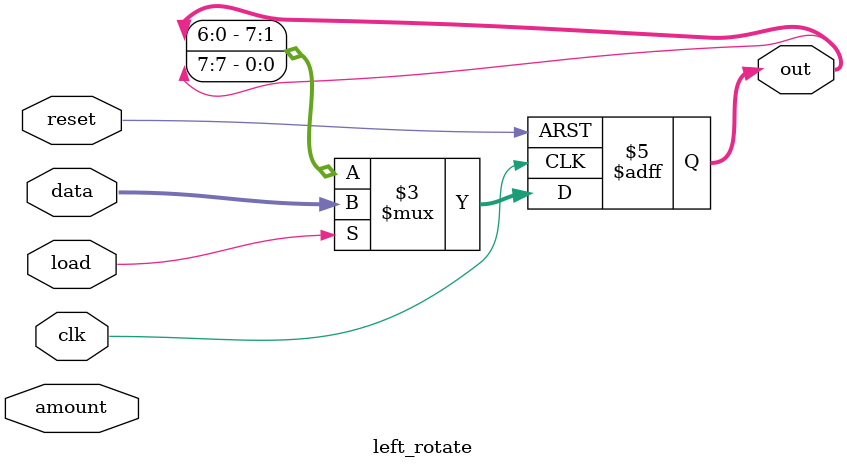
<source format=v>
module left_rotate(clk,reset,amount,data,load,out);
input clk,reset;
input [2:0] amount;
input [7:0] data;
input load;
output reg [7:0] out;
// when load is high, load data to out
// otherwise rotate the out register followed by left shift the out register by amount bits
always @(posedge clk or posedge reset)
	begin
	if (reset)
	begin
	out <= 0;
	end
	else if (load)
	begin
	out <= data;
	end
	else 
	begin
	out <= {out[6:0],out[7]};
	end
	end
endmodule

</source>
